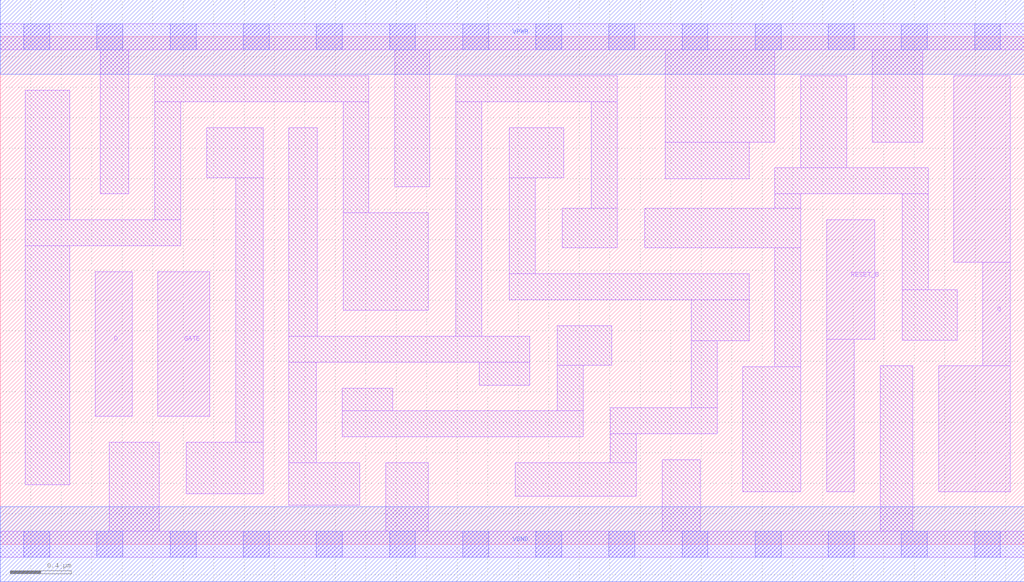
<source format=lef>
# Copyright 2020 The SkyWater PDK Authors
#
# Licensed under the Apache License, Version 2.0 (the "License");
# you may not use this file except in compliance with the License.
# You may obtain a copy of the License at
#
#     https://www.apache.org/licenses/LICENSE-2.0
#
# Unless required by applicable law or agreed to in writing, software
# distributed under the License is distributed on an "AS IS" BASIS,
# WITHOUT WARRANTIES OR CONDITIONS OF ANY KIND, either express or implied.
# See the License for the specific language governing permissions and
# limitations under the License.
#
# SPDX-License-Identifier: Apache-2.0

VERSION 5.7 ;
  NAMESCASESENSITIVE ON ;
  NOWIREEXTENSIONATPIN ON ;
  DIVIDERCHAR "/" ;
  BUSBITCHARS "[]" ;
UNITS
  DATABASE MICRONS 200 ;
END UNITS
MACRO sky130_fd_sc_lp__dlrtp_1
  CLASS CORE ;
  SOURCE USER ;
  FOREIGN sky130_fd_sc_lp__dlrtp_1 ;
  ORIGIN  0.000000  0.000000 ;
  SIZE  6.720000 BY  3.330000 ;
  SYMMETRY X Y R90 ;
  SITE unit ;
  PIN D
    ANTENNAGATEAREA  0.159000 ;
    DIRECTION INPUT ;
    USE SIGNAL ;
    PORT
      LAYER li1 ;
        RECT 0.625000 0.840000 0.865000 1.790000 ;
    END
  END D
  PIN Q
    ANTENNADIFFAREA  0.556500 ;
    DIRECTION OUTPUT ;
    USE SIGNAL ;
    PORT
      LAYER li1 ;
        RECT 6.160000 0.345000 6.630000 1.170000 ;
        RECT 6.260000 1.850000 6.630000 3.075000 ;
        RECT 6.450000 1.170000 6.630000 1.850000 ;
    END
  END Q
  PIN RESET_B
    ANTENNAGATEAREA  0.315000 ;
    DIRECTION INPUT ;
    USE SIGNAL ;
    PORT
      LAYER li1 ;
        RECT 5.425000 0.345000 5.605000 1.345000 ;
        RECT 5.425000 1.345000 5.740000 2.130000 ;
    END
  END RESET_B
  PIN GATE
    ANTENNAGATEAREA  0.159000 ;
    DIRECTION INPUT ;
    USE CLOCK ;
    PORT
      LAYER li1 ;
        RECT 1.035000 0.840000 1.375000 1.790000 ;
    END
  END GATE
  PIN VGND
    DIRECTION INOUT ;
    USE GROUND ;
    PORT
      LAYER met1 ;
        RECT 0.000000 -0.245000 6.720000 0.245000 ;
    END
  END VGND
  PIN VPWR
    DIRECTION INOUT ;
    USE POWER ;
    PORT
      LAYER met1 ;
        RECT 0.000000 3.085000 6.720000 3.575000 ;
    END
  END VPWR
  OBS
    LAYER li1 ;
      RECT 0.000000 -0.085000 6.720000 0.085000 ;
      RECT 0.000000  3.245000 6.720000 3.415000 ;
      RECT 0.165000  0.390000 0.455000 1.960000 ;
      RECT 0.165000  1.960000 1.185000 2.130000 ;
      RECT 0.165000  2.130000 0.455000 2.980000 ;
      RECT 0.655000  2.300000 0.845000 3.245000 ;
      RECT 0.715000  0.085000 1.045000 0.670000 ;
      RECT 1.015000  2.130000 1.185000 2.905000 ;
      RECT 1.015000  2.905000 2.420000 3.075000 ;
      RECT 1.220000  0.330000 1.725000 0.670000 ;
      RECT 1.355000  2.405000 1.725000 2.735000 ;
      RECT 1.545000  0.670000 1.725000 2.405000 ;
      RECT 1.895000  0.255000 2.360000 0.535000 ;
      RECT 1.895000  0.535000 2.075000 1.195000 ;
      RECT 1.895000  1.195000 3.475000 1.365000 ;
      RECT 1.895000  1.365000 2.080000 2.735000 ;
      RECT 2.245000  0.705000 3.825000 0.875000 ;
      RECT 2.245000  0.875000 2.575000 1.025000 ;
      RECT 2.250000  1.535000 2.810000 2.175000 ;
      RECT 2.250000  2.175000 2.420000 2.905000 ;
      RECT 2.530000  0.085000 2.810000 0.535000 ;
      RECT 2.590000  2.345000 2.820000 3.245000 ;
      RECT 2.990000  1.365000 3.160000 2.905000 ;
      RECT 2.990000  2.905000 4.050000 3.075000 ;
      RECT 3.145000  1.045000 3.475000 1.195000 ;
      RECT 3.340000  1.605000 4.915000 1.775000 ;
      RECT 3.340000  1.775000 3.510000 2.405000 ;
      RECT 3.340000  2.405000 3.700000 2.735000 ;
      RECT 3.380000  0.315000 4.175000 0.535000 ;
      RECT 3.655000  0.875000 3.825000 1.175000 ;
      RECT 3.655000  1.175000 4.015000 1.435000 ;
      RECT 3.690000  1.945000 4.050000 2.205000 ;
      RECT 3.880000  2.205000 4.050000 2.905000 ;
      RECT 4.005000  0.535000 4.175000 0.725000 ;
      RECT 4.005000  0.725000 4.705000 0.895000 ;
      RECT 4.230000  1.945000 5.255000 2.205000 ;
      RECT 4.345000  0.085000 4.595000 0.555000 ;
      RECT 4.365000  2.400000 4.915000 2.640000 ;
      RECT 4.365000  2.640000 5.085000 3.245000 ;
      RECT 4.535000  0.895000 4.705000 1.335000 ;
      RECT 4.535000  1.335000 4.915000 1.605000 ;
      RECT 4.875000  0.345000 5.255000 1.165000 ;
      RECT 5.085000  1.165000 5.255000 1.945000 ;
      RECT 5.085000  2.205000 5.255000 2.300000 ;
      RECT 5.085000  2.300000 6.090000 2.470000 ;
      RECT 5.255000  2.470000 5.555000 3.075000 ;
      RECT 5.725000  2.640000 6.055000 3.245000 ;
      RECT 5.775000  0.085000 5.990000 1.170000 ;
      RECT 5.920000  1.340000 6.280000 1.670000 ;
      RECT 5.920000  1.670000 6.090000 2.300000 ;
    LAYER mcon ;
      RECT 0.155000 -0.085000 0.325000 0.085000 ;
      RECT 0.155000  3.245000 0.325000 3.415000 ;
      RECT 0.635000 -0.085000 0.805000 0.085000 ;
      RECT 0.635000  3.245000 0.805000 3.415000 ;
      RECT 1.115000 -0.085000 1.285000 0.085000 ;
      RECT 1.115000  3.245000 1.285000 3.415000 ;
      RECT 1.595000 -0.085000 1.765000 0.085000 ;
      RECT 1.595000  3.245000 1.765000 3.415000 ;
      RECT 2.075000 -0.085000 2.245000 0.085000 ;
      RECT 2.075000  3.245000 2.245000 3.415000 ;
      RECT 2.555000 -0.085000 2.725000 0.085000 ;
      RECT 2.555000  3.245000 2.725000 3.415000 ;
      RECT 3.035000 -0.085000 3.205000 0.085000 ;
      RECT 3.035000  3.245000 3.205000 3.415000 ;
      RECT 3.515000 -0.085000 3.685000 0.085000 ;
      RECT 3.515000  3.245000 3.685000 3.415000 ;
      RECT 3.995000 -0.085000 4.165000 0.085000 ;
      RECT 3.995000  3.245000 4.165000 3.415000 ;
      RECT 4.475000 -0.085000 4.645000 0.085000 ;
      RECT 4.475000  3.245000 4.645000 3.415000 ;
      RECT 4.955000 -0.085000 5.125000 0.085000 ;
      RECT 4.955000  3.245000 5.125000 3.415000 ;
      RECT 5.435000 -0.085000 5.605000 0.085000 ;
      RECT 5.435000  3.245000 5.605000 3.415000 ;
      RECT 5.915000 -0.085000 6.085000 0.085000 ;
      RECT 5.915000  3.245000 6.085000 3.415000 ;
      RECT 6.395000 -0.085000 6.565000 0.085000 ;
      RECT 6.395000  3.245000 6.565000 3.415000 ;
  END
END sky130_fd_sc_lp__dlrtp_1
END LIBRARY

</source>
